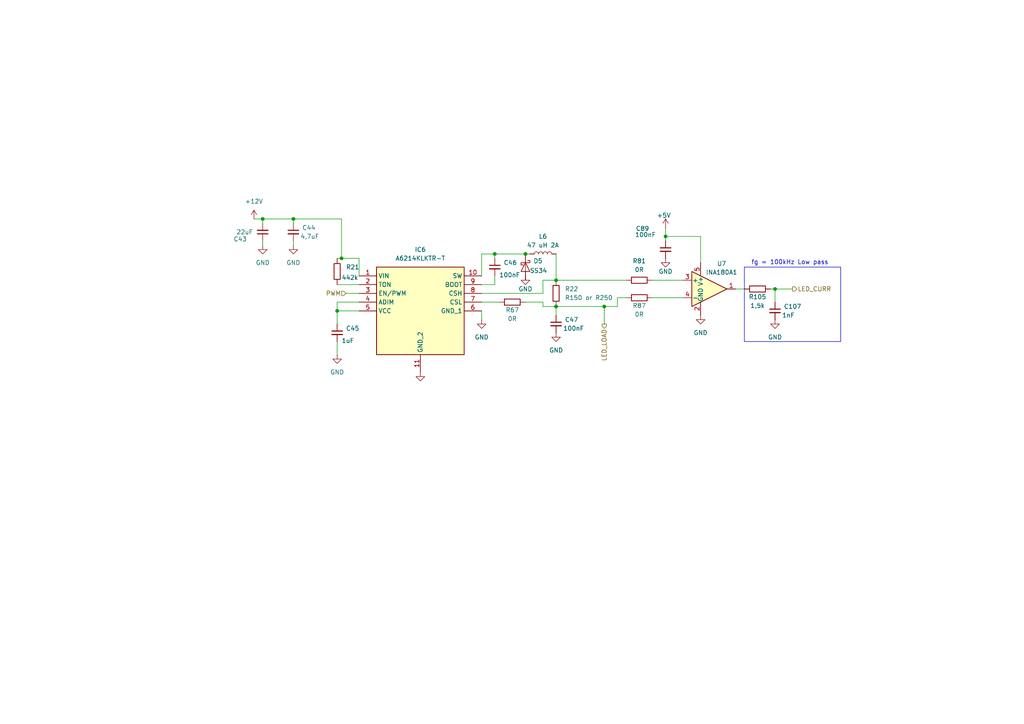
<source format=kicad_sch>
(kicad_sch (version 20250114) (generator "eeschema") (generator_version "9.0")
  (paper "A4")
  (lib_symbols
    (symbol "A6214KLKTR-T:A6214KLKTR-T"
      (property "Reference" "IC" (at 31.75 7.62 0))
      (property "Value" "A6214KLKTR-T" (at 31.75 5.08 0))
      (symbol "A6214KLKTR-T_1_1"
        (rectangle (start 5.08 2.54) (end 30.48 -22.86) (stroke (width 0.254)) (fill (type background)))
        (pin passive line (at 0 0 0) (length 5.08) (name "VIN") (number "1"))
        (pin passive line (at 0 -2.54 0) (length 5.08) (name "TON") (number "2"))
        (pin passive line (at 0 -5.08 0) (length 5.08) (name "EN/PWM") (number "3"))
        (pin passive line (at 0 -7.62 0) (length 5.08) (name "ADIM") (number "4"))
        (pin passive line (at 0 -10.16 0) (length 5.08) (name "VCC") (number "5"))
        (pin passive line (at 17.78 -27.94 90) (length 5.08) (name "GND_2") (number "11"))
        (pin passive line (at 35.56 0 180) (length 5.08) (name "SW") (number "10"))
        (pin passive line (at 35.56 -2.54 180) (length 5.08) (name "BOOT") (number "9"))
        (pin passive line (at 35.56 -5.08 180) (length 5.08) (name "CSH") (number "8"))
        (pin passive line (at 35.56 -7.62 180) (length 5.08) (name "CSL") (number "7"))
        (pin passive line (at 35.56 -10.16 180) (length 5.08) (name "GND_1") (number "6"))
      )
    )
    (symbol "Amplifier_Current:INA180A1" (pin_names (offset 0.127))
      (property "Reference" "U" (at 3.81 3.81 0))
      (property "Value" "INA180A1" (at 3.81 -2.54 0))
      (symbol "INA180A1_0_1"
        (polyline (pts (xy 5.08 0) (xy -5.08 5.08) (xy -5.08 -5.08) (xy 5.08 0)) (stroke (width 0.254)) (fill (type background)))
      )
      (symbol "INA180A1_1_1"
        (pin input line (at -7.62 2.54 0) (length 2.54) (name "+") (number "3"))
        (pin input line (at -7.62 -2.54 0) (length 2.54) (name "-") (number "4"))
        (pin power_in line (at -2.54 7.62 270) (length 3.81) (name "V+") (number "5"))
        (pin power_in line (at -2.54 -7.62 90) (length 3.81) (name "GND") (number "2"))
        (pin output line (at 7.62 0 180) (length 2.54) (name "~") (number "1"))
      )
    )
    (symbol "Device:C_Small" (pin_numbers (hide yes)) (pin_names (offset 0.254) (hide yes))
      (property "Reference" "C" (at 0.254 1.778 0))
      (property "Value" "C_Small" (at 0.254 -2.032 0))
      (symbol "C_Small_0_1"
        (polyline (pts (xy -1.524 0.508) (xy 1.524 0.508)) (stroke (width 0.3048)))
        (polyline (pts (xy -1.524 -0.508) (xy 1.524 -0.508)) (stroke (width 0.3302)))
      )
      (symbol "C_Small_1_1"
        (pin passive line (at 0 2.54 270) (length 2.032) (name "~") (number "1"))
        (pin passive line (at 0 -2.54 90) (length 2.032) (name "~") (number "2"))
      )
    )
    (symbol "Device:L" (pin_numbers (hide yes)) (pin_names (offset 1.016) (hide yes))
      (property "Reference" "L" (at -1.27 0 90))
      (property "Value" "L" (at 1.905 0 90))
      (symbol "L_0_1"
        (arc (start 0 2.54) (mid 0.6323 1.905) (end 0 1.27))
        (arc (start 0 1.27) (mid 0.6323 0.635) (end 0 0))
        (arc (start 0 0) (mid 0.6323 -0.635) (end 0 -1.27))
        (arc (start 0 -1.27) (mid 0.6323 -1.905) (end 0 -2.54))
      )
      (symbol "L_1_1"
        (pin passive line (at 0 3.81 270) (length 1.27) (name "1") (number "1"))
        (pin passive line (at 0 -3.81 90) (length 1.27) (name "2") (number "2"))
      )
    )
    (symbol "PCM_4ms_Diode:B140-E3" (pin_numbers (hide yes)) (pin_names (offset 1.016) (hide yes))
      (property "Reference" "D" (at 0 2.54 0))
      (property "Value" "B140-E3" (at 0 -2.54 0))
      (symbol "B140-E3_1_1"
        (polyline (pts (xy -1.905 0.635) (xy -1.905 1.27) (xy -1.27 1.27) (xy -1.27 -1.27) (xy -0.635 -1.27) (xy -0.635 -0.635)) (stroke (width 0.2032)))
        (polyline (pts (xy 1.27 1.27) (xy 1.27 -1.27) (xy -1.27 0) (xy 1.27 1.27)) (stroke (width 0.2032)))
        (polyline (pts (xy 1.27 0) (xy -1.27 0)))
        (pin passive line (at -3.81 0 0) (length 2.54) (name "K") (number "1"))
        (pin passive line (at 3.81 0 180) (length 2.54) (name "A") (number "2"))
      )
    )
    (symbol "PCM_4ms_Power-symbol:+12V" (power) (pin_names (offset 0))
      (property "Value" "+12V" (at 0 3.556 0))
      (symbol "+12V_0_1"
        (polyline (pts (xy -0.762 1.27) (xy 0 2.54)))
        (polyline (pts (xy 0 2.54) (xy 0.762 1.27)))
        (polyline (pts (xy 0 0) (xy 0 2.54)))
      )
      (symbol "+12V_1_1"
        (pin power_in line (at 0 0 90) (length 0) (hide yes) (name "+12V") (number "1"))
      )
    )
    (symbol "PCM_SL_Resistors:Resistor"
      (property "Reference" "R" (at 0 5.08 0))
      (property "Value" "Resistor" (at 0 2.54 0))
      (symbol "Resistor_0_1"
        (rectangle (start -2.286 0.889) (end 2.286 -0.889) (stroke (width 0.24)))
      )
      (symbol "Resistor_1_1"
        (pin passive line (at -3.81 0 0) (length 1.5) (name "") (number "1"))
        (pin passive line (at 3.81 0 180) (length 1.5) (name "~") (number "2"))
      )
    )
    (symbol "power:+5V" (power) (pin_numbers (hide yes)) (pin_names (offset 0) (hide yes))
      (property "Value" "+5V" (at 0 3.556 0))
      (symbol "+5V_0_1"
        (polyline (pts (xy -0.762 1.27) (xy 0 2.54)))
        (polyline (pts (xy 0 2.54) (xy 0.762 1.27)))
        (polyline (pts (xy 0 0) (xy 0 2.54)))
      )
      (symbol "+5V_1_1"
        (pin power_in line (at 0 0 90) (length 0) (name "~") (number "1"))
      )
    )
    (symbol "power:GND" (power) (pin_numbers (hide yes)) (pin_names (offset 0) (hide yes))
      (property "Value" "GND" (at 0 -3.81 0))
      (symbol "GND_0_1"
        (polyline (pts (xy 0 0) (xy 0 -1.27) (xy 1.27 -1.27) (xy 0 -2.54) (xy -1.27 -1.27) (xy 0 -1.27)))
      )
      (symbol "GND_1_1"
        (pin power_in line (at 0 0 270) (length 0) (name "~") (number "1"))
      )
    )
  )
  (rectangle (start 215.9 77.47) (end 243.84 99.06))
  (text "fg = 100kHz Low pass" (at 229.108 76.2 0) (effects (font (size 1.27 1.27))))
  (junction (at 161.29 81.28))
  (junction (at 224.79 83.82))
  (junction (at 143.51 73.66))
  (junction (at 99.06 74.93))
  (junction (at 152.4 73.66))
  (junction (at 161.29 88.9))
  (junction (at 97.79 90.17))
  (junction (at 85.09 63.5))
  (junction (at 175.26 88.9))
  (junction (at 76.2 63.5))
  (junction (at 193.04 68.58))
  (wire (pts (xy 143.51 80.01) (xy 143.51 82.55)))
  (wire (pts (xy 76.2 69.85) (xy 76.2 71.12)))
  (wire (pts (xy 97.79 93.98) (xy 97.79 90.17)))
  (wire (pts (xy 193.04 66.04) (xy 193.04 68.58)))
  (wire (pts (xy 152.4 80.01) (xy 152.4 81.28)))
  (wire (pts (xy 76.2 64.77) (xy 76.2 63.5)))
  (wire (pts (xy 189.23 86.36) (xy 198.12 86.36)))
  (wire (pts (xy 143.51 82.55) (xy 139.7 82.55)))
  (wire (pts (xy 157.48 81.28) (xy 161.29 81.28)))
  (wire (pts (xy 99.06 63.5) (xy 99.06 74.93)))
  (wire (pts (xy 104.14 74.93) (xy 104.14 80.01)))
  (wire (pts (xy 224.79 83.82) (xy 223.52 83.82)))
  (wire (pts (xy 179.07 86.36) (xy 181.61 86.36)))
  (wire (pts (xy 229.87 83.82) (xy 224.79 83.82)))
  (wire (pts (xy 203.2 68.58) (xy 193.04 68.58)))
  (wire (pts (xy 85.09 71.12) (xy 85.09 69.85)))
  (wire (pts (xy 97.79 74.93) (xy 99.06 74.93)))
  (wire (pts (xy 97.79 90.17) (xy 104.14 90.17)))
  (wire (pts (xy 152.4 73.66) (xy 153.67 73.66)))
  (wire (pts (xy 179.07 88.9) (xy 179.07 86.36)))
  (wire (pts (xy 76.2 63.5) (xy 85.09 63.5)))
  (wire (pts (xy 143.51 74.93) (xy 143.51 73.66)))
  (wire (pts (xy 97.79 99.06) (xy 97.79 102.87)))
  (wire (pts (xy 152.4 87.63) (xy 157.48 87.63)))
  (wire (pts (xy 85.09 64.77) (xy 85.09 63.5)))
  (wire (pts (xy 143.51 73.66) (xy 152.4 73.66)))
  (wire (pts (xy 104.14 87.63) (xy 97.79 87.63)))
  (wire (pts (xy 157.48 88.9) (xy 161.29 88.9)))
  (wire (pts (xy 139.7 73.66) (xy 139.7 80.01)))
  (wire (pts (xy 157.48 87.63) (xy 157.48 88.9)))
  (wire (pts (xy 73.66 63.5) (xy 76.2 63.5)))
  (wire (pts (xy 157.48 85.09) (xy 157.48 81.28)))
  (wire (pts (xy 139.7 85.09) (xy 157.48 85.09)))
  (wire (pts (xy 139.7 73.66) (xy 143.51 73.66)))
  (wire (pts (xy 161.29 91.44) (xy 161.29 88.9)))
  (wire (pts (xy 203.2 76.2) (xy 203.2 68.58)))
  (wire (pts (xy 161.29 81.28) (xy 181.61 81.28)))
  (wire (pts (xy 161.29 73.66) (xy 161.29 81.28)))
  (wire (pts (xy 139.7 87.63) (xy 144.78 87.63)))
  (wire (pts (xy 193.04 68.58) (xy 193.04 69.85)))
  (wire (pts (xy 189.23 81.28) (xy 198.12 81.28)))
  (wire (pts (xy 224.79 87.63) (xy 224.79 83.82)))
  (wire (pts (xy 100.33 85.09) (xy 104.14 85.09)))
  (wire (pts (xy 139.7 92.71) (xy 139.7 90.17)))
  (wire (pts (xy 97.79 82.55) (xy 104.14 82.55)))
  (wire (pts (xy 215.9 83.82) (xy 213.36 83.82)))
  (wire (pts (xy 97.79 87.63) (xy 97.79 90.17)))
  (wire (pts (xy 175.26 88.9) (xy 179.07 88.9)))
  (wire (pts (xy 161.29 88.9) (xy 175.26 88.9)))
  (wire (pts (xy 175.26 93.98) (xy 175.26 88.9)))
  (wire (pts (xy 99.06 74.93) (xy 104.14 74.93)))
  (wire (pts (xy 85.09 63.5) (xy 99.06 63.5)))
  (hierarchical_label "LED_CURR" (shape output) (at 229.87 83.82 0))
  (hierarchical_label "LED_LOAD" (shape output) (at 175.26 93.98 270))
  (hierarchical_label "PWM" (shape input) (at 100.33 85.09 180))
  (symbol (lib_id "Amplifier_Current:INA180A1") (at 205.74 83.82 0) (unit 1)
    (property "Reference" "U3" (at 209.296 76.454 0))
    (property "Value" "INA180A1" (at 209.296 78.994 0))
    (property "Footprint" "Package_TO_SOT_SMD:SOT-23-5" (effects (hide yes)))
    (property "Datasheet" "http://www.ti.com/lit/ds/symlink/ina180.pdf" (effects (hide yes)))
    (property "Description" "Current Sense Amplifier, 1 Circuit, Rail-to-Rail, 26V, Gain 20 V/V, SOT-23-5" (effects (hide yes)))
    (property "LCSC" "C122228" (effects (hide yes)))
    (instances (project "mgr_board" (path "" (reference "U7") (unit 1)) (path "" (reference "U5") (unit 1)) (path "" (reference "U4") (unit 1)) (path "" (reference "U6") (unit 1)) (path "" (reference "U8") (unit 1)) (path "" (reference "U3") (unit 1))))
  )
  (symbol (lib_id "Device:C_Small") (at 97.79 96.52 0) (unit 1)
    (property "Reference" "C25" (at 100.33 95.2562 0) (effects (justify left)))
    (property "Value" "1uF" (at 99.06 98.806 0) (effects (justify left)))
    (property "Footprint" "Capacitor_SMD:C_0603_1608Metric_Pad1.08x0.95mm_HandSolder" (effects (hide yes)))
    (property "Description" "Unpolarized capacitor, small symbol" (effects (hide yes)))
    (property "LCSC" "C15849" (effects (hide yes)))
    (instances (project "mgr_board" (path "" (reference "C45") (unit 1)) (path "" (reference "C35") (unit 1)) (path "" (reference "C30") (unit 1)) (path "" (reference "C40") (unit 1)) (path "" (reference "C50") (unit 1)) (path "" (reference "C25") (unit 1))))
  )
  (symbol (lib_id "power:GND") (at 152.4 80.01 0) (unit 1)
    (property "Reference" "#PWR095" (effects (hide yes)))
    (property "Value" "GND" (at 152.4 83.82 0))
    (property "Description" "Power symbol creates a global label with name \"GND\" , ground" (effects (hide yes)))
    (instances (project "mgr_board" (path "" (reference "#PWR0127") (unit 1)) (path "" (reference "#PWR0111") (unit 1)) (path "" (reference "#PWR0103") (unit 1)) (path "" (reference "#PWR0119") (unit 1)) (path "" (reference "#PWR0135") (unit 1)) (path "" (reference "#PWR095") (unit 1))))
  )
  (symbol (lib_id "power:+5V") (at 193.04 66.04 0) (unit 1)
    (property "Reference" "#PWR0248" (effects (hide yes)))
    (property "Value" "+5V" (at 190.5 62.484 0) (effects (justify left)))
    (property "Description" "Power symbol creates a global label with name \"+5V\"" (effects (hide yes)))
    (instances (project "mgr_board" (path "" (reference "#PWR0252") (unit 1)) (path "" (reference "#PWR0250") (unit 1)) (path "" (reference "#PWR0249") (unit 1)) (path "" (reference "#PWR0251") (unit 1)) (path "" (reference "#PWR0253") (unit 1)) (path "" (reference "#PWR0248") (unit 1))))
  )
  (symbol (lib_id "power:GND") (at 193.04 74.93 0) (unit 1)
    (property "Reference" "#PWR0208" (effects (hide yes)))
    (property "Value" "GND" (at 193.04 78.74 0))
    (property "Description" "Power symbol creates a global label with name \"GND\" , ground" (effects (hide yes)))
    (instances (project "mgr_board" (path "" (reference "#PWR0212") (unit 1)) (path "" (reference "#PWR0210") (unit 1)) (path "" (reference "#PWR0209") (unit 1)) (path "" (reference "#PWR0211") (unit 1)) (path "" (reference "#PWR0213") (unit 1)) (path "" (reference "#PWR0208") (unit 1))))
  )
  (symbol (lib_id "PCM_SL_Resistors:Resistor") (at 219.71 83.82 0) (unit 1)
    (property "Reference" "R101" (at 219.71 86.106 0))
    (property "Value" "1,5k" (at 219.71 88.646 0))
    (property "Footprint" "Resistor_SMD:R_0402_1005Metric_Pad0.72x0.64mm_HandSolder" (effects (hide yes)))
    (property "Description" "1/4W Resistor" (effects (hide yes)))
    (property "LCSC" " C25867" (effects (hide yes)))
    (instances (project "mgr_board" (path "" (reference "R105") (unit 1)) (path "" (reference "R103") (unit 1)) (path "" (reference "R102") (unit 1)) (path "" (reference "R104") (unit 1)) (path "" (reference "R106") (unit 1)) (path "" (reference "R101") (unit 1))))
  )
  (symbol (lib_id "PCM_SL_Resistors:Resistor") (at 148.59 87.63 0) (unit 1)
    (property "Reference" "R63" (at 148.59 89.916 0))
    (property "Value" "0R" (at 148.59 92.456 0))
    (property "Footprint" "Resistor_SMD:R_0402_1005Metric_Pad0.72x0.64mm_HandSolder" (effects (hide yes)))
    (property "Description" "1/4W Resistor" (effects (hide yes)))
    (property "LCSC" "C17168" (effects (hide yes)))
    (instances (project "mgr_board" (path "" (reference "R67") (unit 1)) (path "" (reference "R65") (unit 1)) (path "" (reference "R64") (unit 1)) (path "" (reference "R66") (unit 1)) (path "" (reference "R68") (unit 1)) (path "" (reference "R63") (unit 1))))
  )
  (symbol (lib_id "power:GND") (at 224.79 92.71 0) (unit 1)
    (property "Reference" "#PWR0218" (effects (hide yes)))
    (property "Value" "GND" (at 224.79 97.79 0))
    (property "Description" "Power symbol creates a global label with name \"GND\" , ground" (effects (hide yes)))
    (instances (project "mgr_board" (path "" (reference "#PWR0256") (unit 1)) (path "" (reference "#PWR0254") (unit 1)) (path "" (reference "#PWR0219") (unit 1)) (path "" (reference "#PWR0255") (unit 1)) (path "" (reference "#PWR0257") (unit 1)) (path "" (reference "#PWR0218") (unit 1))))
  )
  (symbol (lib_id "Device:C_Small") (at 161.29 93.98 0) (unit 1)
    (property "Reference" "C27" (at 163.83 92.7162 0) (effects (justify left)))
    (property "Value" "100nF" (at 163.322 95.25 0) (effects (justify left)))
    (property "Footprint" "Capacitor_SMD:C_0603_1608Metric_Pad1.08x0.95mm_HandSolder" (effects (hide yes)))
    (property "Description" "Unpolarized capacitor, small symbol" (effects (hide yes)))
    (property "LCSC" "C14663" (effects (hide yes)))
    (instances (project "mgr_board" (path "" (reference "C47") (unit 1)) (path "" (reference "C37") (unit 1)) (path "" (reference "C32") (unit 1)) (path "" (reference "C42") (unit 1)) (path "" (reference "C52") (unit 1)) (path "" (reference "C27") (unit 1))))
  )
  (symbol (lib_id "power:GND") (at 97.79 102.87 0) (unit 1)
    (property "Reference" "#PWR092" (effects (hide yes)))
    (property "Value" "GND" (at 97.79 107.95 0))
    (property "Description" "Power symbol creates a global label with name \"GND\" , ground" (effects (hide yes)))
    (instances (project "mgr_board" (path "" (reference "#PWR0124") (unit 1)) (path "" (reference "#PWR0108") (unit 1)) (path "" (reference "#PWR0100") (unit 1)) (path "" (reference "#PWR0116") (unit 1)) (path "" (reference "#PWR0132") (unit 1)) (path "" (reference "#PWR092") (unit 1))))
  )
  (symbol (lib_id "PCM_SL_Resistors:Resistor") (at 185.42 81.28 0) (unit 1)
    (property "Reference" "R77" (at 185.42 75.692 0))
    (property "Value" "0R" (at 185.42 78.232 0))
    (property "Footprint" "Resistor_SMD:R_0402_1005Metric_Pad0.72x0.64mm_HandSolder" (effects (hide yes)))
    (property "Description" "1/4W Resistor" (effects (hide yes)))
    (property "LCSC" "C17168" (effects (hide yes)))
    (instances (project "mgr_board" (path "" (reference "R81") (unit 1)) (path "" (reference "R79") (unit 1)) (path "" (reference "R78") (unit 1)) (path "" (reference "R80") (unit 1)) (path "" (reference "R82") (unit 1)) (path "" (reference "R77") (unit 1))))
  )
  (symbol (lib_id "power:GND") (at 161.29 96.52 0) (unit 1)
    (property "Reference" "#PWR096" (effects (hide yes)))
    (property "Value" "GND" (at 161.29 101.6 0))
    (property "Description" "Power symbol creates a global label with name \"GND\" , ground" (effects (hide yes)))
    (instances (project "mgr_board" (path "" (reference "#PWR0128") (unit 1)) (path "" (reference "#PWR0112") (unit 1)) (path "" (reference "#PWR0104") (unit 1)) (path "" (reference "#PWR0120") (unit 1)) (path "" (reference "#PWR0136") (unit 1)) (path "" (reference "#PWR096") (unit 1))))
  )
  (symbol (lib_id "power:GND") (at 76.2 71.12 0) (unit 1)
    (property "Reference" "#PWR090" (effects (hide yes)))
    (property "Value" "GND" (at 76.2 76.2 0))
    (property "Description" "Power symbol creates a global label with name \"GND\" , ground" (effects (hide yes)))
    (instances (project "mgr_board" (path "" (reference "#PWR0122") (unit 1)) (path "" (reference "#PWR0106") (unit 1)) (path "" (reference "#PWR098") (unit 1)) (path "" (reference "#PWR0114") (unit 1)) (path "" (reference "#PWR0130") (unit 1)) (path "" (reference "#PWR090") (unit 1))))
  )
  (symbol (lib_id "power:GND") (at 121.92 107.95 0) (unit 1)
    (property "Reference" "#PWR093" (effects (hide yes)))
    (property "Value" "GND" (effects (hide yes)))
    (property "Description" "Power symbol creates a global label with name \"GND\" , ground" (effects (hide yes)))
    (instances (project "mgr_board" (path "" (reference "#PWR0125") (unit 1)) (path "" (reference "#PWR0109") (unit 1)) (path "" (reference "#PWR0101") (unit 1)) (path "" (reference "#PWR0117") (unit 1)) (path "" (reference "#PWR0133") (unit 1)) (path "" (reference "#PWR093") (unit 1))))
  )
  (symbol (lib_id "PCM_SL_Resistors:Resistor") (at 97.79 78.74 90) (unit 1)
    (property "Reference" "R13" (at 100.33 77.4699 90) (effects (justify right)))
    (property "Value" "442k" (at 99.06 80.518 90) (effects (justify right)))
    (property "Footprint" "Resistor_SMD:R_0603_1608Metric_Pad0.98x0.95mm_HandSolder" (effects (hide yes)))
    (property "Description" "1/4W Resistor" (effects (hide yes)))
    (property "LCSC" "C23175" (effects (hide yes)))
    (instances (project "mgr_board" (path "" (reference "R21") (unit 1)) (path "" (reference "R17") (unit 1)) (path "" (reference "R15") (unit 1)) (path "" (reference "R19") (unit 1)) (path "" (reference "R23") (unit 1)) (path "" (reference "R13") (unit 1))))
  )
  (symbol (lib_id "Device:C_Small") (at 193.04 72.39 0) (unit 1)
    (property "Reference" "C85" (at 184.404 66.294 0) (effects (justify left)))
    (property "Value" "100nF" (at 184.15 68.072 0) (effects (justify left)))
    (property "Footprint" "Capacitor_SMD:C_0603_1608Metric_Pad1.08x0.95mm_HandSolder" (effects (hide yes)))
    (property "Description" "Unpolarized capacitor, small symbol" (effects (hide yes)))
    (property "LCSC" "C14663" (effects (hide yes)))
    (instances (project "mgr_board" (path "" (reference "C89") (unit 1)) (path "" (reference "C87") (unit 1)) (path "" (reference "C86") (unit 1)) (path "" (reference "C88") (unit 1)) (path "" (reference "C90") (unit 1)) (path "" (reference "C85") (unit 1))))
  )
  (symbol (lib_id "Device:C_Small") (at 76.2 67.31 180) (unit 1)
    (property "Reference" "C23" (at 71.628 69.342 0) (effects (justify left)))
    (property "Value" "22uF" (at 73.406 67.31 0) (effects (justify left)))
    (property "Footprint" "Capacitor_SMD:C_0805_2012Metric_Pad1.18x1.45mm_HandSolder" (effects (hide yes)))
    (property "Description" "Unpolarized capacitor, small symbol" (effects (hide yes)))
    (property "LCSC" "C96446" (effects (hide yes)))
    (instances (project "mgr_board" (path "" (reference "C43") (unit 1)) (path "" (reference "C33") (unit 1)) (path "" (reference "C28") (unit 1)) (path "" (reference "C38") (unit 1)) (path "" (reference "C48") (unit 1)) (path "" (reference "C23") (unit 1))))
  )
  (symbol (lib_id "PCM_SL_Resistors:Resistor") (at 161.29 85.09 90) (unit 1)
    (property "Reference" "R14" (at 163.83 83.8199 90) (effects (justify right)))
    (property "Value" "R150 or R250" (at 163.83 86.3599 90) (effects (justify right)))
    (property "Footprint" "Resistor_SMD:R_2512_6332Metric_Pad1.40x3.35mm_HandSolder" (effects (hide yes)))
    (property "Description" "1/4W Resistor" (effects (hide yes)))
    (instances (project "mgr_board" (path "" (reference "R22") (unit 1)) (path "" (reference "R18") (unit 1)) (path "" (reference "R16") (unit 1)) (path "" (reference "R20") (unit 1)) (path "" (reference "R24") (unit 1)) (path "" (reference "R14") (unit 1))))
  )
  (symbol (lib_id "A6214KLKTR-T:A6214KLKTR-T") (at 104.14 80.01 0) (unit 1)
    (property "Reference" "IC2" (at 121.92 72.39 0))
    (property "Value" "A6214KLKTR-T" (at 121.92 74.93 0))
    (property "Footprint" "footprint_lib:SOP100P600X165-11N" (effects (hide yes)))
    (property "Datasheet" "http://www.allegromicro.com/~/media/Files/Datasheets/A6214-A6216-Datasheet.ashx" (effects (hide yes)))
    (property "Description" "Automotive 2A Buck Led Driver" (effects (hide yes)))
    (property "Height" "1.65" (effects (hide yes)))
    (property "Manufacturer_Name" "Allegro Microsystems" (effects (hide yes)))
    (property "Manufacturer_Part_Number" "A6214KLKTR-T" (effects (hide yes)))
    (property "LCSC" "C146400" (effects (hide yes)))
    (instances (project "mgr_board" (path "" (reference "IC6") (unit 1)) (path "" (reference "IC4") (unit 1)) (path "" (reference "IC3") (unit 1)) (path "" (reference "IC5") (unit 1)) (path "" (reference "IC7") (unit 1)) (path "" (reference "IC2") (unit 1))))
  )
  (symbol (lib_id "Device:C_Small") (at 143.51 77.47 0) (unit 1)
    (property "Reference" "C26" (at 146.05 76.2062 0) (effects (justify left)))
    (property "Value" "100nF" (at 144.78 79.756 0) (effects (justify left)))
    (property "Footprint" "Capacitor_SMD:C_0603_1608Metric_Pad1.08x0.95mm_HandSolder" (effects (hide yes)))
    (property "Description" "Unpolarized capacitor, small symbol" (effects (hide yes)))
    (property "LCSC" "C14663" (effects (hide yes)))
    (instances (project "mgr_board" (path "" (reference "C46") (unit 1)) (path "" (reference "C36") (unit 1)) (path "" (reference "C31") (unit 1)) (path "" (reference "C41") (unit 1)) (path "" (reference "C51") (unit 1)) (path "" (reference "C26") (unit 1))))
  )
  (symbol (lib_id "power:GND") (at 85.09 71.12 0) (unit 1)
    (property "Reference" "#PWR091" (effects (hide yes)))
    (property "Value" "GND" (at 85.09 76.2 0))
    (property "Description" "Power symbol creates a global label with name \"GND\" , ground" (effects (hide yes)))
    (instances (project "mgr_board" (path "" (reference "#PWR0123") (unit 1)) (path "" (reference "#PWR0107") (unit 1)) (path "" (reference "#PWR099") (unit 1)) (path "" (reference "#PWR0115") (unit 1)) (path "" (reference "#PWR0131") (unit 1)) (path "" (reference "#PWR091") (unit 1))))
  )
  (symbol (lib_id "PCM_SL_Resistors:Resistor") (at 185.42 86.36 0) (unit 1)
    (property "Reference" "R83" (at 185.42 88.646 0))
    (property "Value" "0R" (at 185.42 91.186 0))
    (property "Footprint" "Resistor_SMD:R_0402_1005Metric_Pad0.72x0.64mm_HandSolder" (effects (hide yes)))
    (property "Description" "1/4W Resistor" (effects (hide yes)))
    (property "LCSC" "C17168" (effects (hide yes)))
    (instances (project "mgr_board" (path "" (reference "R87") (unit 1)) (path "" (reference "R85") (unit 1)) (path "" (reference "R84") (unit 1)) (path "" (reference "R86") (unit 1)) (path "" (reference "R88") (unit 1)) (path "" (reference "R83") (unit 1))))
  )
  (symbol (lib_id "power:GND") (at 203.2 91.44 0) (unit 1)
    (property "Reference" "#PWR0202" (effects (hide yes)))
    (property "Value" "GND" (at 203.2 96.52 0))
    (property "Description" "Power symbol creates a global label with name \"GND\" , ground" (effects (hide yes)))
    (instances (project "mgr_board" (path "" (reference "#PWR0206") (unit 1)) (path "" (reference "#PWR0204") (unit 1)) (path "" (reference "#PWR0203") (unit 1)) (path "" (reference "#PWR0205") (unit 1)) (path "" (reference "#PWR0207") (unit 1)) (path "" (reference "#PWR0202") (unit 1))))
  )
  (symbol (lib_id "PCM_4ms_Diode:B140-E3") (at 152.4 77.47 270) (unit 1)
    (property "Reference" "D1" (at 154.686 75.692 90) (effects (justify left)))
    (property "Value" "SS34" (at 153.67 78.486 90) (effects (justify left)))
    (property "Footprint" "Diode_SMD:D_SMA" (effects (hide yes)))
    (property "Datasheet" "https://www.tme.eu/pl/details/sba230al-r1/diody-schottky-smd/panjit-semiconductor/sba230al-r1-00001/" (effects (hide yes)))
    (property "Description" "JLC - SS34 / TME SK24ATR-SMC" (effects (hide yes)))
    (property "Specifications" "40V, 2A" (effects (hide yes)))
    (property "Manufacturer" "Diodes Incorporated" (effects (hide yes)))
    (property "Part Number" "B140-E3/5AT" (effects (hide yes)))
    (property "Manufacturer 2" "Diodes Incorporated" (effects (hide yes)))
    (property "Part Number 2" "B140-E3/61T" (effects (hide yes)))
    (property "JLCPCB ID" "C15759" (effects (hide yes)))
    (property "LCSC" "C8678" (effects (hide yes)))
    (instances (project "mgr_board" (path "" (reference "D5") (unit 1)) (path "" (reference "D3") (unit 1)) (path "" (reference "D2") (unit 1)) (path "" (reference "D4") (unit 1)) (path "" (reference "D6") (unit 1)) (path "" (reference "D1") (unit 1))))
  )
  (symbol (lib_id "PCM_4ms_Power-symbol:+12V") (at 73.66 63.5 0) (unit 1)
    (property "Reference" "#PWR089" (effects (hide yes)))
    (property "Value" "+12V" (at 73.66 58.42 0))
    (instances (project "mgr_board" (path "" (reference "#PWR0121") (unit 1)) (path "" (reference "#PWR0105") (unit 1)) (path "" (reference "#PWR097") (unit 1)) (path "" (reference "#PWR0113") (unit 1)) (path "" (reference "#PWR0129") (unit 1)) (path "" (reference "#PWR089") (unit 1))))
  )
  (symbol (lib_id "Device:C_Small") (at 224.79 90.17 0) (unit 1)
    (property "Reference" "C83" (at 227.33 88.9062 0) (effects (justify left)))
    (property "Value" "1nF" (at 226.822 91.44 0) (effects (justify left)))
    (property "Footprint" "Capacitor_SMD:C_0402_1005Metric_Pad0.74x0.62mm_HandSolder" (effects (hide yes)))
    (property "Description" "Unpolarized capacitor, small symbol" (effects (hide yes)))
    (property "LCSC" "C1523" (effects (hide yes)))
    (instances (project "mgr_board" (path "" (reference "C107") (unit 1)) (path "" (reference "C105") (unit 1)) (path "" (reference "C84") (unit 1)) (path "" (reference "C106") (unit 1)) (path "" (reference "C108") (unit 1)) (path "" (reference "C83") (unit 1))))
  )
  (symbol (lib_id "Device:L") (at 157.48 73.66 90) (unit 1)
    (property "Reference" "L2" (at 157.48 68.58 90))
    (property "Value" "47 uH 2A" (at 157.48 71.12 90))
    (property "Footprint" "footprint_lib:DR125-470-R" (effects (hide yes)))
    (property "Description" "Inductor" (effects (hide yes)))
    (property "LCSC" "C5127262" (effects (hide yes)))
    (instances (project "mgr_board" (path "" (reference "L6") (unit 1)) (path "" (reference "L4") (unit 1)) (path "" (reference "L3") (unit 1)) (path "" (reference "L5") (unit 1)) (path "" (reference "L7") (unit 1)) (path "" (reference "L2") (unit 1))))
  )
  (symbol (lib_id "Device:C_Small") (at 85.09 67.31 0) (unit 1)
    (property "Reference" "C24" (at 87.63 66.0462 0) (effects (justify left)))
    (property "Value" "4,7uF" (at 87.122 68.58 0) (effects (justify left)))
    (property "Footprint" "Capacitor_SMD:C_0603_1608Metric_Pad1.08x0.95mm_HandSolder" (effects (hide yes)))
    (property "Description" "Unpolarized capacitor, small symbol" (effects (hide yes)))
    (property "LCSC" "C19666" (effects (hide yes)))
    (instances (project "mgr_board" (path "" (reference "C44") (unit 1)) (path "" (reference "C34") (unit 1)) (path "" (reference "C29") (unit 1)) (path "" (reference "C39") (unit 1)) (path "" (reference "C49") (unit 1)) (path "" (reference "C24") (unit 1))))
  )
  (symbol (lib_id "power:GND") (at 139.7 92.71 0) (unit 1)
    (property "Reference" "#PWR094" (effects (hide yes)))
    (property "Value" "GND" (at 139.7 97.79 0))
    (property "Description" "Power symbol creates a global label with name \"GND\" , ground" (effects (hide yes)))
    (instances (project "mgr_board" (path "" (reference "#PWR0126") (unit 1)) (path "" (reference "#PWR0110") (unit 1)) (path "" (reference "#PWR0102") (unit 1)) (path "" (reference "#PWR0118") (unit 1)) (path "" (reference "#PWR0134") (unit 1)) (path "" (reference "#PWR094") (unit 1))))
  )
)
</source>
